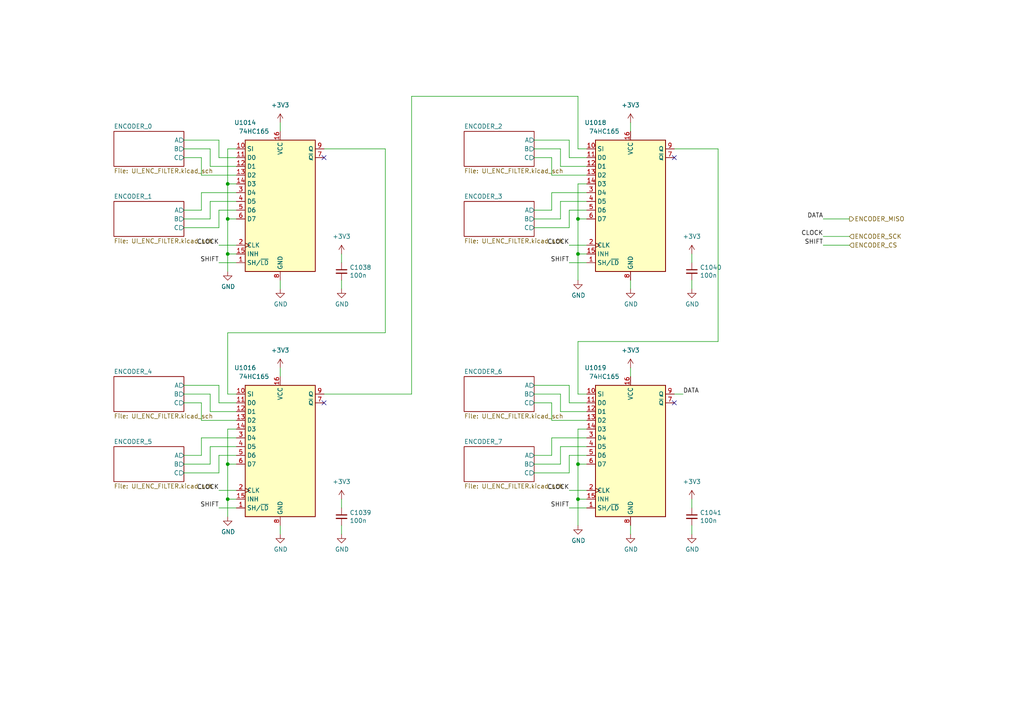
<source format=kicad_sch>
(kicad_sch (version 20250114) (generator "eeschema") (generator_version "9.0")
  (paper "A4")
  (lib_symbols
    (symbol "power:+3V3" (power) (pin_names (offset 0))
      (property "Value" "+3V3" (at 0 3.556 0))
      (symbol "+3V3_0_1"
        (polyline (pts (xy -0.762 1.27) (xy 0 2.54)))
        (polyline (pts (xy 0 2.54) (xy 0.762 1.27)))
        (polyline (pts (xy 0 0) (xy 0 2.54)))
      )
      (symbol "+3V3_1_1"
        (pin power_in line (at 0 0 90) (length 0) (hide yes) (name "+3V3") (number "1"))
      )
    )
    (symbol "power:GND" (power) (pin_names (offset 0))
      (property "Value" "GND" (at 0 -3.81 0))
      (symbol "GND_0_1"
        (polyline (pts (xy 0 0) (xy 0 -1.27) (xy 1.27 -1.27) (xy 0 -2.54) (xy -1.27 -1.27) (xy 0 -1.27)))
      )
      (symbol "GND_1_1"
        (pin power_in line (at 0 0 270) (length 0) (hide yes) (name "GND") (number "1"))
      )
    )
    (symbol "suku_basics:74HC165"
      (property "Reference" "U" (at -15.24 25.4 0))
      (property "Value" "74HC165" (at -12.7 20.32 0))
      (symbol "74HC165_1_0"
        (pin input line (at -12.7 12.7 0) (length 2.54) (name "D0") (number "11"))
        (pin input line (at -12.7 10.16 0) (length 2.54) (name "D1") (number "12"))
        (pin input line (at -12.7 7.62 0) (length 2.54) (name "D2") (number "13"))
        (pin input line (at -12.7 5.08 0) (length 2.54) (name "D3") (number "14"))
        (pin input line (at -12.7 2.54 0) (length 2.54) (name "D4") (number "3"))
        (pin input line (at -12.7 0 0) (length 2.54) (name "D5") (number "4"))
        (pin input line (at -12.7 -2.54 0) (length 2.54) (name "D6") (number "5"))
        (pin input line (at -12.7 -5.08 0) (length 2.54) (name "D7") (number "6"))
        (pin input clock (at -12.7 -12.7 0) (length 2.54) (name "CLK") (number "2"))
        (pin power_in line (at 0 20.32 270) (length 2.54) (name "VCC") (number "16"))
        (pin power_in line (at 0 -22.86 90) (length 2.54) (name "GND") (number "8"))
        (pin output line (at 12.7 15.24 180) (length 2.54) (name "Q") (number "9"))
      )
      (symbol "74HC165_1_1"
        (rectangle (start -10.16 17.78) (end 10.16 -20.32) (stroke (width 0.254)) (fill (type background)))
        (pin input line (at -12.7 15.24 0) (length 2.54) (name "SI") (number "10"))
        (pin input line (at -12.7 -15.24 0) (length 2.54) (name "INH") (number "15"))
        (pin input line (at -12.7 -17.78 0) (length 2.54) (name "SH/~{LD}") (number "1"))
        (pin output line (at 12.7 12.7 180) (length 2.54) (name "~{Q}") (number "7"))
      )
    )
    (symbol "suku_basics:CAP" (pin_numbers (hide yes)) (pin_names (offset 0.254) (hide yes))
      (property "Reference" "C" (at 0.254 1.778 0))
      (property "Value" "CAP" (at 0.254 -2.032 0))
      (symbol "CAP_0_1"
        (polyline (pts (xy -1.524 0.508) (xy 1.524 0.508)) (stroke (width 0.3048)))
        (polyline (pts (xy -1.524 -0.508) (xy 1.524 -0.508)) (stroke (width 0.3302)))
      )
      (symbol "CAP_1_1"
        (pin passive line (at 0 2.54 270) (length 2.032) (name "~") (number "1"))
        (pin passive line (at 0 -2.54 90) (length 2.032) (name "~") (number "2"))
      )
    )
  )
  (junction (at 66.04 63.5))
  (junction (at 167.64 144.78))
  (junction (at 66.04 73.66))
  (junction (at 66.04 134.62))
  (junction (at 66.04 53.34))
  (junction (at 167.64 63.5))
  (junction (at 167.64 134.62))
  (junction (at 66.04 144.78))
  (junction (at 167.64 73.66))
  (no_connect (at 195.58 45.72))
  (no_connect (at 93.98 116.84))
  (no_connect (at 195.58 116.84))
  (no_connect (at 93.98 45.72))
  (wire (pts (xy 160.02 55.88) (xy 170.18 55.88)))
  (wire (pts (xy 154.94 63.5) (xy 162.56 63.5)))
  (wire (pts (xy 154.94 116.84) (xy 160.02 116.84)))
  (wire (pts (xy 200.66 76.2) (xy 200.66 73.66)))
  (wire (pts (xy 162.56 58.42) (xy 170.18 58.42)))
  (wire (pts (xy 170.18 53.34) (xy 167.64 53.34)))
  (wire (pts (xy 111.76 96.52) (xy 111.76 43.18)))
  (wire (pts (xy 63.5 116.84) (xy 68.58 116.84)))
  (wire (pts (xy 66.04 63.5) (xy 66.04 73.66)))
  (wire (pts (xy 165.1 76.2) (xy 170.18 76.2)))
  (wire (pts (xy 162.56 43.18) (xy 154.94 43.18)))
  (wire (pts (xy 53.34 45.72) (xy 58.42 45.72)))
  (wire (pts (xy 63.5 132.08) (xy 68.58 132.08)))
  (wire (pts (xy 160.02 121.92) (xy 170.18 121.92)))
  (wire (pts (xy 195.58 43.18) (xy 208.28 43.18)))
  (wire (pts (xy 160.02 116.84) (xy 160.02 121.92)))
  (wire (pts (xy 165.1 147.32) (xy 170.18 147.32)))
  (wire (pts (xy 58.42 60.96) (xy 58.42 55.88)))
  (wire (pts (xy 165.1 111.76) (xy 165.1 116.84)))
  (wire (pts (xy 53.34 132.08) (xy 58.42 132.08)))
  (wire (pts (xy 63.5 137.16) (xy 63.5 132.08)))
  (wire (pts (xy 63.5 71.12) (xy 68.58 71.12)))
  (wire (pts (xy 60.96 58.42) (xy 68.58 58.42)))
  (wire (pts (xy 53.34 134.62) (xy 60.96 134.62)))
  (wire (pts (xy 162.56 48.26) (xy 162.56 43.18)))
  (wire (pts (xy 165.1 71.12) (xy 170.18 71.12)))
  (wire (pts (xy 167.64 43.18) (xy 167.64 27.94)))
  (wire (pts (xy 60.96 114.3) (xy 53.34 114.3)))
  (wire (pts (xy 195.58 114.3) (xy 198.12 114.3)))
  (wire (pts (xy 167.64 144.78) (xy 170.18 144.78)))
  (wire (pts (xy 119.38 27.94) (xy 167.64 27.94)))
  (wire (pts (xy 165.1 40.64) (xy 165.1 45.72)))
  (wire (pts (xy 154.94 66.04) (xy 165.1 66.04)))
  (wire (pts (xy 99.06 154.94) (xy 99.06 152.4)))
  (wire (pts (xy 63.5 60.96) (xy 68.58 60.96)))
  (wire (pts (xy 167.64 63.5) (xy 167.64 73.66)))
  (wire (pts (xy 81.28 83.82) (xy 81.28 81.28)))
  (wire (pts (xy 68.58 119.38) (xy 60.96 119.38)))
  (wire (pts (xy 154.94 40.64) (xy 165.1 40.64)))
  (wire (pts (xy 208.28 43.18) (xy 208.28 99.06)))
  (wire (pts (xy 53.34 40.64) (xy 63.5 40.64)))
  (wire (pts (xy 165.1 60.96) (xy 170.18 60.96)))
  (wire (pts (xy 154.94 45.72) (xy 160.02 45.72)))
  (wire (pts (xy 165.1 116.84) (xy 170.18 116.84)))
  (wire (pts (xy 238.76 68.58) (xy 246.38 68.58)))
  (wire (pts (xy 68.58 134.62) (xy 66.04 134.62)))
  (wire (pts (xy 167.64 114.3) (xy 167.64 99.06)))
  (wire (pts (xy 60.96 134.62) (xy 60.96 129.54)))
  (wire (pts (xy 58.42 121.92) (xy 68.58 121.92)))
  (wire (pts (xy 200.66 83.82) (xy 200.66 81.28)))
  (wire (pts (xy 182.88 35.56) (xy 182.88 38.1)))
  (wire (pts (xy 160.02 127) (xy 170.18 127)))
  (wire (pts (xy 68.58 53.34) (xy 66.04 53.34)))
  (wire (pts (xy 154.94 137.16) (xy 165.1 137.16)))
  (wire (pts (xy 167.64 134.62) (xy 167.64 144.78)))
  (wire (pts (xy 167.64 124.46) (xy 167.64 134.62)))
  (wire (pts (xy 99.06 147.32) (xy 99.06 144.78)))
  (wire (pts (xy 182.88 154.94) (xy 182.88 152.4)))
  (wire (pts (xy 170.18 43.18) (xy 167.64 43.18)))
  (wire (pts (xy 63.5 147.32) (xy 68.58 147.32)))
  (wire (pts (xy 162.56 129.54) (xy 170.18 129.54)))
  (wire (pts (xy 58.42 50.8) (xy 68.58 50.8)))
  (wire (pts (xy 53.34 66.04) (xy 63.5 66.04)))
  (wire (pts (xy 160.02 50.8) (xy 170.18 50.8)))
  (wire (pts (xy 162.56 134.62) (xy 162.56 129.54)))
  (wire (pts (xy 160.02 45.72) (xy 160.02 50.8)))
  (wire (pts (xy 167.64 73.66) (xy 167.64 81.28)))
  (wire (pts (xy 53.34 116.84) (xy 58.42 116.84)))
  (wire (pts (xy 60.96 43.18) (xy 53.34 43.18)))
  (wire (pts (xy 170.18 134.62) (xy 167.64 134.62)))
  (wire (pts (xy 66.04 149.86) (xy 66.04 144.78)))
  (wire (pts (xy 66.04 53.34) (xy 66.04 63.5)))
  (wire (pts (xy 238.76 63.5) (xy 246.38 63.5)))
  (wire (pts (xy 99.06 76.2) (xy 99.06 73.66)))
  (wire (pts (xy 119.38 27.94) (xy 119.38 114.3)))
  (wire (pts (xy 162.56 114.3) (xy 154.94 114.3)))
  (wire (pts (xy 66.04 78.74) (xy 66.04 73.66)))
  (wire (pts (xy 165.1 132.08) (xy 170.18 132.08)))
  (wire (pts (xy 60.96 48.26) (xy 60.96 43.18)))
  (wire (pts (xy 60.96 119.38) (xy 60.96 114.3)))
  (wire (pts (xy 81.28 154.94) (xy 81.28 152.4)))
  (wire (pts (xy 154.94 132.08) (xy 160.02 132.08)))
  (wire (pts (xy 170.18 124.46) (xy 167.64 124.46)))
  (wire (pts (xy 160.02 60.96) (xy 160.02 55.88)))
  (wire (pts (xy 60.96 129.54) (xy 68.58 129.54)))
  (wire (pts (xy 167.64 53.34) (xy 167.64 63.5)))
  (wire (pts (xy 66.04 43.18) (xy 66.04 53.34)))
  (wire (pts (xy 238.76 71.12) (xy 246.38 71.12)))
  (wire (pts (xy 111.76 43.18) (xy 93.98 43.18)))
  (wire (pts (xy 63.5 45.72) (xy 68.58 45.72)))
  (wire (pts (xy 93.98 114.3) (xy 119.38 114.3)))
  (wire (pts (xy 53.34 137.16) (xy 63.5 137.16)))
  (wire (pts (xy 63.5 142.24) (xy 68.58 142.24)))
  (wire (pts (xy 162.56 119.38) (xy 162.56 114.3)))
  (wire (pts (xy 162.56 63.5) (xy 162.56 58.42)))
  (wire (pts (xy 167.64 73.66) (xy 170.18 73.66)))
  (wire (pts (xy 81.28 106.68) (xy 81.28 109.22)))
  (wire (pts (xy 53.34 111.76) (xy 63.5 111.76)))
  (wire (pts (xy 53.34 63.5) (xy 60.96 63.5)))
  (wire (pts (xy 154.94 111.76) (xy 165.1 111.76)))
  (wire (pts (xy 58.42 127) (xy 68.58 127)))
  (wire (pts (xy 200.66 147.32) (xy 200.66 144.78)))
  (wire (pts (xy 81.28 35.56) (xy 81.28 38.1)))
  (wire (pts (xy 165.1 142.24) (xy 170.18 142.24)))
  (wire (pts (xy 154.94 60.96) (xy 160.02 60.96)))
  (wire (pts (xy 200.66 154.94) (xy 200.66 152.4)))
  (wire (pts (xy 68.58 48.26) (xy 60.96 48.26)))
  (wire (pts (xy 58.42 45.72) (xy 58.42 50.8)))
  (wire (pts (xy 63.5 76.2) (xy 68.58 76.2)))
  (wire (pts (xy 170.18 48.26) (xy 162.56 48.26)))
  (wire (pts (xy 68.58 114.3) (xy 66.04 114.3)))
  (wire (pts (xy 170.18 114.3) (xy 167.64 114.3)))
  (wire (pts (xy 66.04 96.52) (xy 111.76 96.52)))
  (wire (pts (xy 58.42 116.84) (xy 58.42 121.92)))
  (wire (pts (xy 208.28 99.06) (xy 167.64 99.06)))
  (wire (pts (xy 160.02 132.08) (xy 160.02 127)))
  (wire (pts (xy 182.88 106.68) (xy 182.88 109.22)))
  (wire (pts (xy 63.5 40.64) (xy 63.5 45.72)))
  (wire (pts (xy 66.04 134.62) (xy 66.04 144.78)))
  (wire (pts (xy 66.04 73.66) (xy 68.58 73.66)))
  (wire (pts (xy 170.18 119.38) (xy 162.56 119.38)))
  (wire (pts (xy 58.42 55.88) (xy 68.58 55.88)))
  (wire (pts (xy 66.04 124.46) (xy 66.04 134.62)))
  (wire (pts (xy 165.1 45.72) (xy 170.18 45.72)))
  (wire (pts (xy 68.58 124.46) (xy 66.04 124.46)))
  (wire (pts (xy 165.1 66.04) (xy 165.1 60.96)))
  (wire (pts (xy 66.04 144.78) (xy 68.58 144.78)))
  (wire (pts (xy 66.04 114.3) (xy 66.04 96.52)))
  (wire (pts (xy 53.34 60.96) (xy 58.42 60.96)))
  (wire (pts (xy 167.64 144.78) (xy 167.64 152.4)))
  (wire (pts (xy 58.42 132.08) (xy 58.42 127)))
  (wire (pts (xy 154.94 134.62) (xy 162.56 134.62)))
  (wire (pts (xy 68.58 43.18) (xy 66.04 43.18)))
  (wire (pts (xy 60.96 63.5) (xy 60.96 58.42)))
  (wire (pts (xy 63.5 111.76) (xy 63.5 116.84)))
  (wire (pts (xy 68.58 63.5) (xy 66.04 63.5)))
  (wire (pts (xy 165.1 137.16) (xy 165.1 132.08)))
  (wire (pts (xy 99.06 83.82) (xy 99.06 81.28)))
  (wire (pts (xy 182.88 83.82) (xy 182.88 81.28)))
  (wire (pts (xy 170.18 63.5) (xy 167.64 63.5)))
  (wire (pts (xy 63.5 66.04) (xy 63.5 60.96)))
  (label "CLOCK" (at 165.1 142.24 180))
  (label "CLOCK" (at 63.5 142.24 180))
  (label "CLOCK" (at 63.5 71.12 180))
  (label "SHIFT" (at 165.1 76.2 180))
  (label "DATA" (at 238.76 63.5 180))
  (label "DATA" (at 198.12 114.3 0))
  (label "SHIFT" (at 63.5 147.32 180))
  (label "CLOCK" (at 238.76 68.58 180))
  (label "SHIFT" (at 238.76 71.12 180))
  (label "CLOCK" (at 165.1 71.12 180))
  (label "SHIFT" (at 165.1 147.32 180))
  (label "SHIFT" (at 63.5 76.2 180))
  (hierarchical_label "ENCODER_CS" (shape input) (at 246.38 71.12 0))
  (hierarchical_label "ENCODER_SCK" (shape input) (at 246.38 68.58 0))
  (hierarchical_label "ENCODER_MISO" (shape output) (at 246.38 63.5 0))
  (symbol (lib_id "power:GND") (at 81.28 83.82 0) (unit 1)
    (property "Reference" "#PWR01028" (effects (hide yes)))
    (property "Value" "GND" (at 81.407 88.2142 0))
  )
  (symbol (lib_id "power:GND") (at 182.88 83.82 0) (unit 1)
    (property "Reference" "#PWR01038" (effects (hide yes)))
    (property "Value" "GND" (at 183.007 88.2142 0))
  )
  (symbol (lib_id "power:GND") (at 99.06 83.82 0) (unit 1)
    (property "Reference" "#PWR01032" (effects (hide yes)))
    (property "Value" "GND" (at 99.187 88.2142 0))
  )
  (symbol (lib_id "power:GND") (at 200.66 83.82 0) (unit 1)
    (property "Reference" "#PWR01042" (effects (hide yes)))
    (property "Value" "GND" (at 200.787 88.2142 0))
  )
  (symbol (lib_id "power:GND") (at 66.04 78.74 0) (unit 1)
    (property "Reference" "#PWR01025" (effects (hide yes)))
    (property "Value" "GND" (at 66.167 83.1342 0))
  )
  (symbol (lib_id "power:GND") (at 167.64 81.28 0) (unit 1)
    (property "Reference" "#PWR01035" (effects (hide yes)))
    (property "Value" "GND" (at 167.767 85.6742 0))
  )
  (symbol (lib_id "power:+3V3") (at 99.06 144.78 0) (unit 1)
    (property "Reference" "#PWR01033" (effects (hide yes)))
    (property "Value" "+3V3" (at 99.06 139.7 0))
  )
  (symbol (lib_id "suku_basics:CAP") (at 99.06 78.74 0) (unit 1)
    (property "Reference" "C1038" (at 101.3968 77.5716 0) (effects (justify left)))
    (property "Value" "100n" (at 101.3968 79.883 0) (effects (justify left)))
    (property "Footprint" "suku_basics:CAP_0402" (effects (hide yes)))
  )
  (symbol (lib_id "power:GND") (at 167.64 152.4 0) (unit 1)
    (property "Reference" "#PWR01036" (effects (hide yes)))
    (property "Value" "GND" (at 167.767 156.7942 0))
  )
  (symbol (lib_id "power:+3V3") (at 81.28 106.68 0) (unit 1)
    (property "Reference" "#PWR01029" (effects (hide yes)))
    (property "Value" "+3V3" (at 81.28 101.6 0))
  )
  (symbol (lib_id "power:+3V3") (at 182.88 35.56 0) (unit 1)
    (property "Reference" "#PWR01037" (effects (hide yes)))
    (property "Value" "+3V3" (at 182.88 30.48 0))
  )
  (symbol (lib_id "suku_basics:CAP") (at 200.66 78.74 0) (unit 1)
    (property "Reference" "C1040" (at 202.9968 77.5716 0) (effects (justify left)))
    (property "Value" "100n" (at 202.9968 79.883 0) (effects (justify left)))
    (property "Footprint" "suku_basics:CAP_0402" (effects (hide yes)))
  )
  (symbol (lib_id "power:+3V3") (at 200.66 144.78 0) (unit 1)
    (property "Reference" "#PWR01043" (effects (hide yes)))
    (property "Value" "+3V3" (at 200.66 139.7 0))
  )
  (symbol (lib_id "power:+3V3") (at 81.28 35.56 0) (unit 1)
    (property "Reference" "#PWR01027" (effects (hide yes)))
    (property "Value" "+3V3" (at 81.28 30.48 0))
  )
  (symbol (lib_id "suku_basics:74HC165") (at 182.88 129.54 0) (unit 1)
    (property "Reference" "U1019" (at 172.72 106.68 0))
    (property "Value" "74HC165" (at 175.26 109.22 0))
    (property "Footprint" "suku_basics:SOIC-16_74HC165" (effects (hide yes)))
    (property "Datasheet" "http://www.ti.com/lit/ds/symlink/sn74hc595.pdf" (effects (hide yes)))
  )
  (symbol (lib_id "suku_basics:74HC165") (at 81.28 58.42 0) (unit 1)
    (property "Reference" "U1014" (at 71.12 35.56 0))
    (property "Value" "74HC165" (at 73.66 38.1 0))
    (property "Footprint" "suku_basics:SOIC-16_74HC165" (effects (hide yes)))
    (property "Datasheet" "http://www.ti.com/lit/ds/symlink/sn74hc595.pdf" (effects (hide yes)))
  )
  (symbol (lib_id "suku_basics:CAP") (at 99.06 149.86 0) (unit 1)
    (property "Reference" "C1039" (at 101.3968 148.6916 0) (effects (justify left)))
    (property "Value" "100n" (at 101.3968 151.003 0) (effects (justify left)))
    (property "Footprint" "suku_basics:CAP_0402" (effects (hide yes)))
  )
  (symbol (lib_id "suku_basics:CAP") (at 200.66 149.86 0) (unit 1)
    (property "Reference" "C1041" (at 202.9968 148.6916 0) (effects (justify left)))
    (property "Value" "100n" (at 202.9968 151.003 0) (effects (justify left)))
    (property "Footprint" "suku_basics:CAP_0402" (effects (hide yes)))
  )
  (symbol (lib_id "power:GND") (at 66.04 149.86 0) (unit 1)
    (property "Reference" "#PWR01026" (effects (hide yes)))
    (property "Value" "GND" (at 66.167 154.2542 0))
  )
  (symbol (lib_id "power:+3V3") (at 99.06 73.66 0) (unit 1)
    (property "Reference" "#PWR01031" (effects (hide yes)))
    (property "Value" "+3V3" (at 99.06 68.58 0))
  )
  (symbol (lib_id "power:GND") (at 81.28 154.94 0) (unit 1)
    (property "Reference" "#PWR01030" (effects (hide yes)))
    (property "Value" "GND" (at 81.407 159.3342 0))
  )
  (symbol (lib_id "power:+3V3") (at 200.66 73.66 0) (unit 1)
    (property "Reference" "#PWR01041" (effects (hide yes)))
    (property "Value" "+3V3" (at 200.66 68.58 0))
  )
  (symbol (lib_id "power:GND") (at 99.06 154.94 0) (unit 1)
    (property "Reference" "#PWR01034" (effects (hide yes)))
    (property "Value" "GND" (at 99.187 159.3342 0))
  )
  (symbol (lib_id "suku_basics:74HC165") (at 81.28 129.54 0) (unit 1)
    (property "Reference" "U1016" (at 71.12 106.68 0))
    (property "Value" "74HC165" (at 73.66 109.22 0))
    (property "Footprint" "suku_basics:SOIC-16_74HC165" (effects (hide yes)))
    (property "Datasheet" "http://www.ti.com/lit/ds/symlink/sn74hc595.pdf" (effects (hide yes)))
  )
  (symbol (lib_id "power:GND") (at 182.88 154.94 0) (unit 1)
    (property "Reference" "#PWR01040" (effects (hide yes)))
    (property "Value" "GND" (at 183.007 159.3342 0))
  )
  (symbol (lib_id "power:GND") (at 200.66 154.94 0) (unit 1)
    (property "Reference" "#PWR01044" (effects (hide yes)))
    (property "Value" "GND" (at 200.787 159.3342 0))
  )
  (symbol (lib_id "suku_basics:74HC165") (at 182.88 58.42 0) (unit 1)
    (property "Reference" "U1018" (at 172.72 35.56 0))
    (property "Value" "74HC165" (at 175.26 38.1 0))
    (property "Footprint" "suku_basics:SOIC-16_74HC165" (effects (hide yes)))
    (property "Datasheet" "http://www.ti.com/lit/ds/symlink/sn74hc595.pdf" (effects (hide yes)))
  )
  (symbol (lib_id "power:+3V3") (at 182.88 106.68 0) (unit 1)
    (property "Reference" "#PWR01039" (effects (hide yes)))
    (property "Value" "+3V3" (at 182.88 101.6 0))
  )
  (sheet (at 134.62 109.22) (size 20.32 10.16)
    (property "Sheetname" "ENCODER_6" (at 134.62 108.5084 0) (effects (justify left bottom)))
    (property "Sheetfile" "UI_ENC_FILTER.kicad_sch" (at 134.62 119.9646 0) (effects (justify left top)))
    (pin "C" output (at 154.94 116.84 0))
    (pin "A" output (at 154.94 111.76 0))
    (pin "B" output (at 154.94 114.3 0))
  )
  (sheet (at 134.62 38.1) (size 20.32 10.16)
    (property "Sheetname" "ENCODER_2" (at 134.62 37.3884 0) (effects (justify left bottom)))
    (property "Sheetfile" "UI_ENC_FILTER.kicad_sch" (at 134.62 48.8446 0) (effects (justify left top)))
    (pin "C" output (at 154.94 45.72 0))
    (pin "A" output (at 154.94 40.64 0))
    (pin "B" output (at 154.94 43.18 0))
  )
  (sheet (at 134.62 58.42) (size 20.32 10.16)
    (property "Sheetname" "ENCODER_3" (at 134.62 57.7084 0) (effects (justify left bottom)))
    (property "Sheetfile" "UI_ENC_FILTER.kicad_sch" (at 134.62 69.1646 0) (effects (justify left top)))
    (pin "C" output (at 154.94 66.04 0))
    (pin "A" output (at 154.94 60.96 0))
    (pin "B" output (at 154.94 63.5 0))
  )
  (sheet (at 33.02 38.1) (size 20.32 10.16)
    (property "Sheetname" "ENCODER_0" (at 33.02 37.3884 0) (effects (justify left bottom)))
    (property "Sheetfile" "UI_ENC_FILTER.kicad_sch" (at 33.02 48.8446 0) (effects (justify left top)))
    (pin "C" output (at 53.34 45.72 0))
    (pin "A" output (at 53.34 40.64 0))
    (pin "B" output (at 53.34 43.18 0))
  )
  (sheet (at 33.02 58.42) (size 20.32 10.16)
    (property "Sheetname" "ENCODER_1" (at 33.02 57.7084 0) (effects (justify left bottom)))
    (property "Sheetfile" "UI_ENC_FILTER.kicad_sch" (at 33.02 69.1646 0) (effects (justify left top)))
    (pin "C" output (at 53.34 66.04 0))
    (pin "A" output (at 53.34 60.96 0))
    (pin "B" output (at 53.34 63.5 0))
  )
  (sheet (at 33.02 109.22) (size 20.32 10.16)
    (property "Sheetname" "ENCODER_4" (at 33.02 108.5084 0) (effects (justify left bottom)))
    (property "Sheetfile" "UI_ENC_FILTER.kicad_sch" (at 33.02 119.9646 0) (effects (justify left top)))
    (pin "C" output (at 53.34 116.84 0))
    (pin "A" output (at 53.34 111.76 0))
    (pin "B" output (at 53.34 114.3 0))
  )
  (sheet (at 134.62 129.54) (size 20.32 10.16)
    (property "Sheetname" "ENCODER_7" (at 134.62 128.8284 0) (effects (justify left bottom)))
    (property "Sheetfile" "UI_ENC_FILTER.kicad_sch" (at 134.62 140.2846 0) (effects (justify left top)))
    (pin "C" output (at 154.94 137.16 0))
    (pin "A" output (at 154.94 132.08 0))
    (pin "B" output (at 154.94 134.62 0))
  )
  (sheet (at 33.02 129.54) (size 20.32 10.16)
    (property "Sheetname" "ENCODER_5" (at 33.02 128.8284 0) (effects (justify left bottom)))
    (property "Sheetfile" "UI_ENC_FILTER.kicad_sch" (at 33.02 140.2846 0) (effects (justify left top)))
    (pin "C" output (at 53.34 137.16 0))
    (pin "A" output (at 53.34 132.08 0))
    (pin "B" output (at 53.34 134.62 0))
  )
)
</source>
